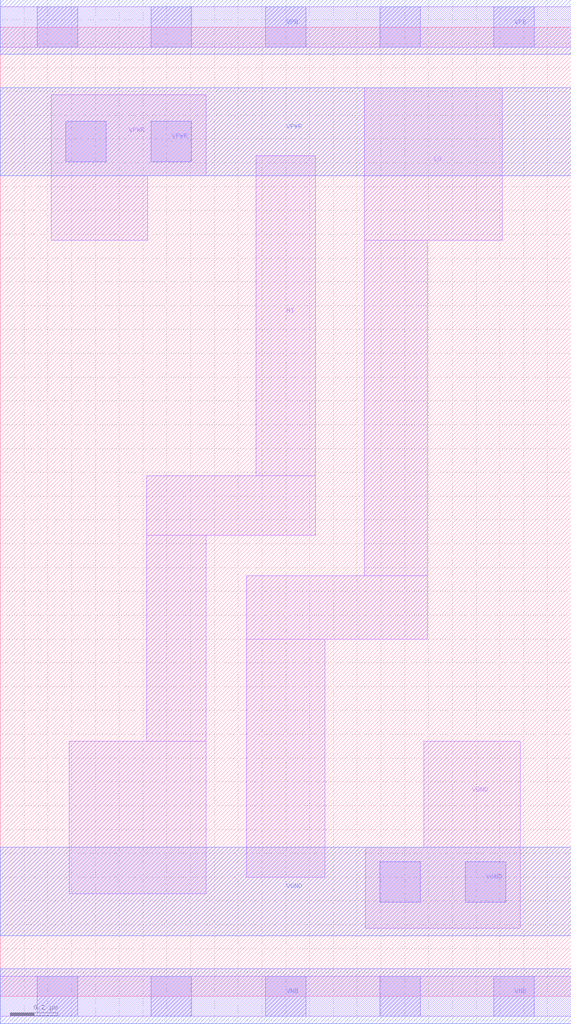
<source format=lef>
# Copyright 2020 The SkyWater PDK Authors
#
# Licensed under the Apache License, Version 2.0 (the "License");
# you may not use this file except in compliance with the License.
# You may obtain a copy of the License at
#
#     https://www.apache.org/licenses/LICENSE-2.0
#
# Unless required by applicable law or agreed to in writing, software
# distributed under the License is distributed on an "AS IS" BASIS,
# WITHOUT WARRANTIES OR CONDITIONS OF ANY KIND, either express or implied.
# See the License for the specific language governing permissions and
# limitations under the License.
#
# SPDX-License-Identifier: Apache-2.0

VERSION 5.7 ;
  NAMESCASESENSITIVE ON ;
  NOWIREEXTENSIONATPIN ON ;
  DIVIDERCHAR "/" ;
  BUSBITCHARS "[]" ;
UNITS
  DATABASE MICRONS 200 ;
END UNITS
MACRO sky130_fd_sc_hvl__conb_1
  CLASS CORE ;
  SOURCE USER ;
  FOREIGN sky130_fd_sc_hvl__conb_1 ;
  ORIGIN  0.000000  0.000000 ;
  SIZE  2.400000 BY  4.070000 ;
  SYMMETRY X Y ;
  SITE unithv ;
  PIN HI
    DIRECTION OUTPUT ;
    USE SIGNAL ;
    PORT
      LAYER li1 ;
        RECT 0.290000 0.430000 0.865000 1.070000 ;
        RECT 0.615000 1.070000 0.865000 1.935000 ;
        RECT 0.615000 1.935000 1.325000 2.185000 ;
        RECT 1.075000 2.185000 1.325000 3.530000 ;
    END
  END HI
  PIN LO
    DIRECTION OUTPUT ;
    USE SIGNAL ;
    PORT
      LAYER li1 ;
        RECT 1.035000 0.500000 1.365000 1.500000 ;
        RECT 1.035000 1.500000 1.795000 1.765000 ;
        RECT 1.530000 1.765000 1.795000 3.175000 ;
        RECT 1.530000 3.175000 2.110000 3.815000 ;
    END
  END LO
  PIN VGND
    DIRECTION INOUT ;
    USE GROUND ;
    PORT
      LAYER li1 ;
        RECT 1.535000 0.285000 2.185000 0.625000 ;
        RECT 1.780000 0.625000 2.185000 1.070000 ;
      LAYER mcon ;
        RECT 1.595000 0.395000 1.765000 0.565000 ;
        RECT 1.955000 0.395000 2.125000 0.565000 ;
      LAYER met1 ;
        RECT 0.000000 0.255000 2.400000 0.625000 ;
    END
  END VGND
  PIN VNB
    DIRECTION INOUT ;
    USE GROUND ;
    PORT
      LAYER li1 ;
        RECT 0.000000 -0.085000 2.400000 0.085000 ;
      LAYER mcon ;
        RECT 0.155000 -0.085000 0.325000 0.085000 ;
        RECT 0.635000 -0.085000 0.805000 0.085000 ;
        RECT 1.115000 -0.085000 1.285000 0.085000 ;
        RECT 1.595000 -0.085000 1.765000 0.085000 ;
        RECT 2.075000 -0.085000 2.245000 0.085000 ;
      LAYER met1 ;
        RECT 0.000000 -0.115000 2.400000 0.115000 ;
    END
  END VNB
  PIN VPB
    DIRECTION INOUT ;
    USE POWER ;
    PORT
      LAYER li1 ;
        RECT 0.000000 3.985000 2.400000 4.155000 ;
      LAYER mcon ;
        RECT 0.155000 3.985000 0.325000 4.155000 ;
        RECT 0.635000 3.985000 0.805000 4.155000 ;
        RECT 1.115000 3.985000 1.285000 4.155000 ;
        RECT 1.595000 3.985000 1.765000 4.155000 ;
        RECT 2.075000 3.985000 2.245000 4.155000 ;
      LAYER met1 ;
        RECT 0.000000 3.955000 2.400000 4.185000 ;
    END
  END VPB
  PIN VPWR
    DIRECTION INOUT ;
    USE POWER ;
    PORT
      LAYER li1 ;
        RECT 0.215000 3.175000 0.620000 3.445000 ;
        RECT 0.215000 3.445000 0.865000 3.785000 ;
      LAYER mcon ;
        RECT 0.275000 3.505000 0.445000 3.675000 ;
        RECT 0.635000 3.505000 0.805000 3.675000 ;
      LAYER met1 ;
        RECT 0.000000 3.445000 2.400000 3.815000 ;
    END
  END VPWR
END sky130_fd_sc_hvl__conb_1

</source>
